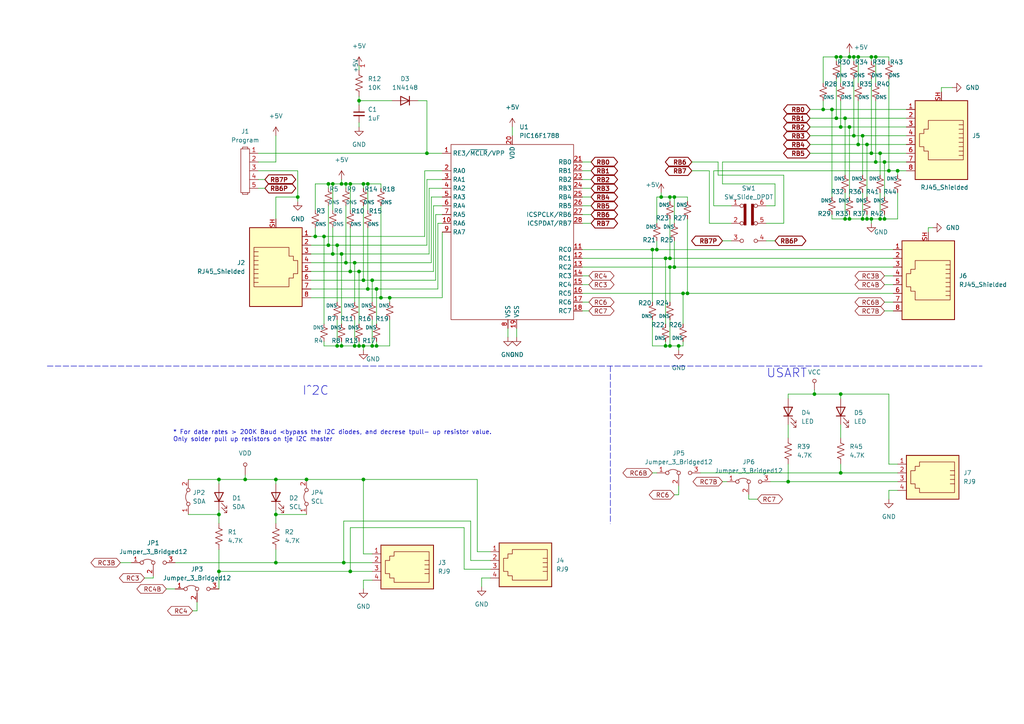
<source format=kicad_sch>
(kicad_sch (version 20231120) (generator "eeschema") (generator_version "8.0")
  (paper "A4")
  (lib_symbols
    (symbol "+5V_1" (power) (pin_names (offset 0))
      (property "Value" "+5V" (at 0 5.715 0))
      (symbol "+5V_1_1_1"
        (pin power_out line (at 0 0 90) (length 0) hide (name "+5V") (number "1"))
      )
    )
    (symbol "+5V_2" (power) (pin_names (offset 0))
      (property "Value" "+5V" (at 0 5.715 0))
      (symbol "+5V_2_1_1"
        (pin power_in line (at 0 0 90) (length 0) (name "+5V") (number "1"))
      )
    )
    (symbol "+5V_3" (power) (pin_names (offset 0))
      (property "Value" "+5V" (at 0 5.715 0))
      (symbol "+5V_3_1_1"
        (pin power_in line (at 0 0 90) (length 0) hide (name "+5V") (number "1"))
      )
    )
    (symbol "Connector:RJ45_Shielded" (pin_names (offset 1.016))
      (property "Reference" "J" (at -5.08 13.97 0))
      (property "Value" "RJ45_Shielded" (at 2.54 13.97 0))
      (symbol "RJ45_Shielded_1_1"
        (pin passive line (at 10.16 -7.62 180) (length 2.54) (name "~") (number "1"))
        (pin passive line (at 10.16 -5.08 180) (length 2.54) (name "~") (number "2"))
        (pin passive line (at 10.16 -2.54 180) (length 2.54) (name "~") (number "3"))
        (pin passive line (at 10.16 0 180) (length 2.54) (name "~") (number "4"))
        (pin passive line (at 10.16 2.54 180) (length 2.54) (name "~") (number "5"))
        (pin passive line (at 10.16 5.08 180) (length 2.54) (name "~") (number "6"))
        (pin passive line (at 10.16 7.62 180) (length 2.54) (name "~") (number "7"))
        (pin passive line (at 10.16 10.16 180) (length 2.54) (name "~") (number "8"))
        (pin passive line (at 0 -12.7 90) (length 2.54) (name "~") (number "SH"))
      )
    )
    (symbol "Connector:RJ9" (pin_names (offset 1.016))
      (property "Reference" "J" (at -5.08 8.89 0))
      (property "Value" "RJ9" (at 2.54 8.89 0))
      (symbol "RJ9_1_1"
        (pin passive line (at 10.16 -2.54 180) (length 2.54) (name "~") (number "1"))
        (pin passive line (at 10.16 0 180) (length 2.54) (name "~") (number "2"))
        (pin passive line (at 10.16 2.54 180) (length 2.54) (name "~") (number "3"))
        (pin passive line (at 10.16 5.08 180) (length 2.54) (name "~") (number "4"))
      )
    )
    (symbol "Custom Components:PIC16LF1788"
      (property "Reference" "U" (at -8.89 -41.91 0))
      (property "Value" "PIC16LF1788" (at -8.89 -44.45 0))
      (symbol "PIC16LF1788_1_1"
        (pin bidirectional line (at -20.32 -10.16 0) (length 2.54) (name "RE3/~{MCLR}/VPP") (number "1"))
        (pin bidirectional line (at -20.32 -30.48 0) (length 2.54) (name "RA6") (number "10"))
        (pin bidirectional line (at 20.32 -38.1 180) (length 2.54) (name "RC0") (number "11"))
        (pin bidirectional line (at 20.32 -40.64 180) (length 2.54) (name "RC1") (number "12"))
        (pin bidirectional line (at 20.32 -43.18 180) (length 2.54) (name "RC2") (number "13"))
        (pin bidirectional line (at 20.32 -45.72 180) (length 2.54) (name "RC3") (number "14"))
        (pin bidirectional line (at 20.32 -48.26 180) (length 2.54) (name "RC4") (number "15"))
        (pin bidirectional line (at 20.32 -50.8 180) (length 2.54) (name "RC5") (number "16"))
        (pin bidirectional line (at 20.32 -53.34 180) (length 2.54) (name "RC6") (number "17"))
        (pin bidirectional line (at 20.32 -55.88 180) (length 2.54) (name "RC7") (number "18"))
        (pin bidirectional line (at 1.27 -60.96 90) (length 2.54) (name "VSS") (number "19"))
        (pin bidirectional line (at -20.32 -15.24 0) (length 2.54) (name "RA0") (number "2"))
        (pin bidirectional line (at 0 -5.08 270) (length 2.54) (name "VDD") (number "20"))
        (pin bidirectional line (at 20.32 -12.7 180) (length 2.54) (name "RB0") (number "21"))
        (pin bidirectional line (at 20.32 -15.24 180) (length 2.54) (name "RB1") (number "22"))
        (pin bidirectional line (at 20.32 -17.78 180) (length 2.54) (name "RB2") (number "23"))
        (pin bidirectional line (at 20.32 -20.32 180) (length 2.54) (name "RB3") (number "24"))
        (pin bidirectional line (at 20.32 -22.86 180) (length 2.54) (name "RB4") (number "25"))
        (pin bidirectional line (at 20.32 -25.4 180) (length 2.54) (name "RB5") (number "26"))
        (pin bidirectional line (at 20.32 -27.94 180) (length 2.54) (name "ICSPCLK/RB6") (number "27"))
        (pin bidirectional line (at 20.32 -30.48 180) (length 2.54) (name "ICSPDAT/RB7") (number "28"))
        (pin bidirectional line (at -20.32 -17.78 0) (length 2.54) (name "RA1") (number "3"))
        (pin bidirectional line (at -20.32 -20.32 0) (length 2.54) (name "RA2") (number "4"))
        (pin bidirectional line (at -20.32 -22.86 0) (length 2.54) (name "RA3") (number "5"))
        (pin bidirectional line (at -20.32 -25.4 0) (length 2.54) (name "RA4") (number "6"))
        (pin bidirectional line (at -20.32 -27.94 0) (length 2.54) (name "RA5") (number "7"))
        (pin bidirectional line (at -1.27 -60.96 90) (length 2.54) (name "VSS") (number "8"))
        (pin bidirectional line (at -20.32 -33.02 0) (length 2.54) (name "RA7") (number "9"))
      )
    )
    (symbol "Custom Symbols:5pinheader"
      (property "Reference" "J1" (at -1.27 3.81 0))
      (property "Value" "Program" (at -1.27 1.27 0))
      (symbol "5pinheader_1_1"
        (pin bidirectional line (at 2.54 -2.54 180) (length 2.54) (name "") (number "1"))
        (pin power_out line (at 2.54 -5.08 180) (length 2.54) (name "") (number "2"))
        (pin bidirectional line (at 2.54 -7.62 180) (length 2.54) (name "") (number "3"))
        (pin bidirectional line (at 2.54 -10.16 180) (length 2.54) (name "") (number "4"))
        (pin bidirectional line (at 2.54 -12.7 180) (length 2.54) (name "") (number "5"))
      )
    )
    (symbol "Device:C_Small" (pin_numbers hide) (pin_names (offset 0.254) hide)
      (property "Reference" "C" (at 0.254 1.778 0))
      (property "Value" "C_Small" (at 0.254 -2.032 0))
      (symbol "C_Small_1_1"
        (pin passive line (at 0 2.54 270) (length 2.032) (name "~") (number "1"))
        (pin passive line (at 0 -2.54 90) (length 2.032) (name "~") (number "2"))
      )
    )
    (symbol "Device:LED" (pin_numbers hide) (pin_names (offset 1.016) hide)
      (property "Reference" "D" (at 0 2.54 0))
      (property "Value" "LED" (at 0 -2.54 0))
      (symbol "LED_1_1"
        (pin passive line (at -3.81 0 0) (length 2.54) (name "K") (number "1"))
        (pin passive line (at 3.81 0 180) (length 2.54) (name "A") (number "2"))
      )
    )
    (symbol "Device:R_Small_US" (pin_numbers hide) (pin_names (offset 0.254) hide)
      (property "Reference" "R" (at 0.762 0.508 0))
      (property "Value" "R_Small_US" (at 0.762 -1.016 0))
      (symbol "R_Small_US_1_1"
        (pin passive line (at 0 2.54 270) (length 1.016) (name "~") (number "1"))
        (pin passive line (at 0 -2.54 90) (length 1.016) (name "~") (number "2"))
      )
    )
    (symbol "Device:R_US" (pin_numbers hide) (pin_names (offset 0))
      (property "Reference" "R" (at 2.54 0 90))
      (property "Value" "R_US" (at -2.54 0 90))
      (symbol "R_US_1_1"
        (pin passive line (at 0 3.81 270) (length 1.27) (name "~") (number "1"))
        (pin passive line (at 0 -3.81 90) (length 1.27) (name "~") (number "2"))
      )
    )
    (symbol "Diode:1N4148" (pin_numbers hide) (pin_names (offset 1.016) hide)
      (property "Reference" "D" (at 0 2.54 0))
      (property "Value" "1N4148" (at 0 -2.54 0))
      (symbol "1N4148_1_1"
        (pin passive line (at -3.81 0 0) (length 2.54) (name "K") (number "1"))
        (pin passive line (at 3.81 0 180) (length 2.54) (name "A") (number "2"))
      )
    )
    (symbol "Jumper:Jumper_2_Bridged" (pin_names (offset 0) hide)
      (property "Reference" "JP" (at 0 1.905 0))
      (property "Value" "Jumper_2_Bridged" (at 0 -2.54 0))
      (symbol "Jumper_2_Bridged_1_1"
        (pin passive line (at -5.08 0 0) (length 2.54) (name "A") (number "1"))
        (pin passive line (at 5.08 0 180) (length 2.54) (name "B") (number "2"))
      )
    )
    (symbol "Jumper:Jumper_3_Bridged12" (pin_names (offset 0) hide)
      (property "Reference" "JP" (at -2.54 -2.54 0))
      (property "Value" "Jumper_3_Bridged12" (at 0 2.794 0))
      (symbol "Jumper_3_Bridged12_1_1"
        (pin passive line (at -6.35 0 0) (length 2.54) (name "A") (number "1"))
        (pin passive line (at 0 -3.81 90) (length 2.54) (name "C") (number "2"))
        (pin passive line (at 6.35 0 180) (length 2.54) (name "B") (number "3"))
      )
    )
    (symbol "Power_symbols:VCC" (power) (in_bom no) (on_board no)
      (property "Value" "VCC" (at 0 0 0))
      (symbol "VCC_1_1"
        (pin power_out line (at 0 -5.08 90) (length 2.032) (name "") (number ""))
      )
    )
    (symbol "Power_symbols:VDD" (power) (in_bom no) (on_board no)
      (property "Value" "VDD" (at 0 0 0))
      (symbol "VDD_1_1"
        (pin power_out line (at 0 -5.08 90) (length 2.54) (name "") (number ""))
      )
    )
    (symbol "Switch:SW_Slide_DPDT" (pin_names (offset 0) hide)
      (property "Reference" "SW" (at 0 6.858 0))
      (property "Value" "SW_Slide_DPDT" (at 0 -8.128 0))
      (symbol "SW_Slide_DPDT_1_1"
        (pin passive line (at -5.08 5.08 0) (length 2.54) (name "A") (number "1"))
        (pin passive line (at -5.08 0 0) (length 2.54) (name "B") (number "2"))
        (pin passive line (at -5.08 -5.08 0) (length 2.54) (name "C") (number "3"))
        (pin passive line (at 5.08 -5.08 180) (length 2.54) (name "A") (number "4"))
        (pin passive line (at 5.08 0 180) (length 2.54) (name "B") (number "5"))
        (pin passive line (at 5.08 5.08 180) (length 2.54) (name "C") (number "6"))
      )
    )
    (symbol "power:+5V" (power) (pin_names (offset 0))
      (property "Value" "+5V" (at 0 5.715 0))
      (symbol "+5V_1_1"
        (pin power_in line (at 0 0 90) (length 0) hide (name "+5V") (number "1"))
      )
    )
    (symbol "power:GND" (power) (pin_names (offset 0))
      (property "Value" "GND" (at 0 -3.81 0))
      (symbol "GND_1_1"
        (pin power_in line (at 0 0 270) (length 0) hide (name "GND") (number "1"))
      )
    )
  )
  (junction (at 101.6 165.735))
  (junction (at 101.6 53.34))
  (junction (at 246.38 36.83))
  (junction (at 243.84 114.3))
  (junction (at 91.44 68.58))
  (junction (at 199.39 85.09))
  (junction (at 100.33 53.34))
  (junction (at 245.11 63.5))
  (junction (at 243.84 36.83))
  (junction (at 63.5 165.735))
  (junction (at 102.87 100.33))
  (junction (at 241.3 31.75))
  (junction (at 252.73 16.51))
  (junction (at 71.12 139.065))
  (junction (at 102.87 76.2))
  (junction (at 198.12 85.09))
  (junction (at 189.23 72.39))
  (junction (at 123.825 44.45))
  (junction (at 97.79 100.33))
  (junction (at 254 16.51))
  (junction (at 238.76 31.75))
  (junction (at 80.01 149.225))
  (junction (at 195.58 57.15))
  (junction (at 251.46 41.91))
  (junction (at 257.81 49.53))
  (junction (at 252.73 44.45))
  (junction (at 107.95 100.33))
  (junction (at 243.84 16.51))
  (junction (at 110.49 86.36))
  (junction (at 248.92 41.91))
  (junction (at 104.14 29.21))
  (junction (at 88.9 139.065))
  (junction (at 95.25 53.34))
  (junction (at 105.41 139.065))
  (junction (at 190.5 72.39))
  (junction (at 248.92 16.51))
  (junction (at 99.06 73.66))
  (junction (at 193.04 100.33))
  (junction (at 86.36 57.15))
  (junction (at 251.46 63.5))
  (junction (at 107.95 81.28))
  (junction (at 193.04 74.93))
  (junction (at 99.06 53.34))
  (junction (at 96.52 53.34))
  (junction (at 106.68 53.34))
  (junction (at 96.52 73.66))
  (junction (at 247.65 16.51))
  (junction (at 252.73 63.5))
  (junction (at 195.58 77.47))
  (junction (at 97.79 71.12))
  (junction (at 109.22 100.33))
  (junction (at 80.01 139.065))
  (junction (at 101.6 78.74))
  (junction (at 250.19 63.5))
  (junction (at 95.25 71.12))
  (junction (at 194.31 77.47))
  (junction (at 113.03 86.36))
  (junction (at 99.695 163.195))
  (junction (at 256.54 46.99))
  (junction (at 80.01 163.195))
  (junction (at 104.14 100.33))
  (junction (at 100.33 76.2))
  (junction (at 228.6 139.7))
  (junction (at 105.41 81.28))
  (junction (at 254 46.99))
  (junction (at 63.5 139.065))
  (junction (at 194.31 74.93))
  (junction (at 247.65 39.37))
  (junction (at 99.06 100.33))
  (junction (at 191.77 57.15))
  (junction (at 63.5 149.225))
  (junction (at 109.22 83.82))
  (junction (at 242.57 34.29))
  (junction (at 243.84 137.16))
  (junction (at 236.22 114.3))
  (junction (at 260.35 49.53))
  (junction (at 105.41 100.33))
  (junction (at 255.27 44.45))
  (junction (at 93.98 68.58))
  (junction (at 255.27 63.5))
  (junction (at 194.31 100.33))
  (junction (at 105.41 53.34))
  (junction (at 246.38 16.51))
  (junction (at 242.57 16.51))
  (junction (at 196.85 100.33))
  (junction (at 256.54 63.5))
  (junction (at 106.68 83.82))
  (junction (at 245.11 34.29))
  (junction (at 104.14 78.74))
  (junction (at 250.19 39.37))
  (junction (at 194.31 57.15))
  (junction (at 246.38 63.5))
  (wire (pts (xy 80.01 57.15) (xy 86.36 57.15)))
  (wire (pts (xy 190.5 57.15) (xy 191.77 57.15)))
  (wire (pts (xy 252.73 16.51) (xy 254 16.51)))
  (wire (pts (xy 96.52 73.66) (xy 99.06 73.66)))
  (wire (pts (xy 242.57 16.51) (xy 242.57 17.78)))
  (wire (pts (xy 208.28 50.8) (xy 227.33 50.8)))
  (wire (pts (xy 90.17 78.74) (xy 101.6 78.74)))
  (wire (pts (xy 209.55 139.7) (xy 210.82 139.7)))
  (wire (pts (xy 109.22 83.82) (xy 127 83.82)))
  (wire (pts (xy 260.35 137.16) (xy 243.84 137.16)))
  (wire (pts (xy 125.73 59.69) (xy 128.27 59.69)))
  (wire (pts (xy 194.31 77.47) (xy 195.58 77.47)))
  (wire (pts (xy 251.46 63.5) (xy 251.46 62.23)))
  (wire (pts (xy 228.6 114.3) (xy 228.6 115.57)))
  (wire (pts (xy 250.19 63.5) (xy 246.38 63.5)))
  (wire (pts (xy 74.93 49.53) (xy 86.36 49.53)))
  (wire (pts (xy 227.33 50.8) (xy 227.33 64.77)))
  (wire (pts (xy 99.06 52.07) (xy 99.06 53.34)))
  (wire (pts (xy 102.87 87.63) (xy 102.87 76.2)))
  (wire (pts (xy 113.03 86.36) (xy 128.27 86.36)))
  (wire (pts (xy 138.43 139.065) (xy 138.43 160.02)))
  (wire (pts (xy 134.62 165.1) (xy 134.62 153.035)))
  (wire (pts (xy 126.365 62.23) (xy 128.27 62.23)))
  (wire (pts (xy 109.22 100.33) (xy 107.95 100.33)))
  (wire (pts (xy 248.92 16.51) (xy 248.92 24.13)))
  (wire (pts (xy 256.54 90.17) (xy 259.08 90.17)))
  (wire (pts (xy 198.12 100.33) (xy 196.85 100.33)))
  (wire (pts (xy 95.25 71.12) (xy 97.79 71.12)))
  (wire (pts (xy 242.57 22.86) (xy 242.57 34.29)))
  (wire (pts (xy 57.15 177.165) (xy 57.15 174.625)))
  (wire (pts (xy 168.91 64.77) (xy 171.45 64.77)))
  (wire (pts (xy 107.95 160.655) (xy 105.41 160.655)))
  (wire (pts (xy 96.52 66.04) (xy 96.52 73.66)))
  (wire (pts (xy 245.11 34.29) (xy 262.89 34.29)))
  (wire (pts (xy 80.01 39.37) (xy 80.01 46.99)))
  (wire (pts (xy 109.22 100.33) (xy 109.22 99.06)))
  (wire (pts (xy 149.86 95.25) (xy 149.86 97.79)))
  (wire (pts (xy 205.74 49.53) (xy 205.74 64.77)))
  (wire (pts (xy 243.84 29.21) (xy 243.84 36.83)))
  (wire (pts (xy 252.73 63.5) (xy 251.46 63.5)))
  (wire (pts (xy 96.52 53.34) (xy 99.06 53.34)))
  (wire (pts (xy 104.14 93.98) (xy 104.14 78.74)))
  (wire (pts (xy 101.6 165.735) (xy 107.95 165.735)))
  (wire (pts (xy 228.6 134.62) (xy 228.6 139.7)))
  (wire (pts (xy 245.11 63.5) (xy 245.11 55.88)))
  (wire (pts (xy 243.84 137.16) (xy 243.84 134.62)))
  (wire (pts (xy 125.73 78.74) (xy 125.73 59.69)))
  (wire (pts (xy 250.19 39.37) (xy 262.89 39.37)))
  (wire (pts (xy 243.84 36.83) (xy 234.95 36.83)))
  (wire (pts (xy 193.04 99.06) (xy 193.04 100.33)))
  (wire (pts (xy 121.285 29.21) (xy 123.825 29.21)))
  (wire (pts (xy 260.35 49.53) (xy 257.81 49.53)))
  (wire (pts (xy 74.93 46.99) (xy 80.01 46.99)))
  (wire (pts (xy 101.6 53.34) (xy 105.41 53.34)))
  (wire (pts (xy 190.5 69.85) (xy 190.5 72.39)))
  (wire (pts (xy 257.81 49.53) (xy 207.01 49.53)))
  (wire (pts (xy 105.41 101.6) (xy 105.41 100.33)))
  (wire (pts (xy 168.91 59.69) (xy 171.45 59.69)))
  (wire (pts (xy 104.14 78.74) (xy 125.73 78.74)))
  (wire (pts (xy 91.44 68.58) (xy 93.98 68.58)))
  (wire (pts (xy 142.24 160.02) (xy 138.43 160.02)))
  (wire (pts (xy 80.01 163.195) (xy 99.695 163.195)))
  (wire (pts (xy 34.925 163.195) (xy 38.1 163.195)))
  (polyline (pts (xy 177.038 106.172) (xy 177.038 151.892)) (stroke (width 0) (type dash)))
  (wire (pts (xy 123.19 68.58) (xy 123.19 49.53)))
  (wire (pts (xy 208.28 46.99) (xy 200.66 46.99)))
  (wire (pts (xy 123.825 29.21) (xy 123.825 44.45)))
  (wire (pts (xy 71.12 137.795) (xy 71.12 139.065)))
  (wire (pts (xy 246.38 63.5) (xy 246.38 62.23)))
  (wire (pts (xy 101.6 153.035) (xy 101.6 165.735)))
  (wire (pts (xy 209.55 53.34) (xy 224.79 53.34)))
  (wire (pts (xy 243.84 114.3) (xy 236.22 114.3)))
  (wire (pts (xy 105.41 139.065) (xy 88.9 139.065)))
  (wire (pts (xy 106.68 53.34) (xy 106.68 60.96)))
  (wire (pts (xy 242.57 16.51) (xy 243.84 16.51)))
  (wire (pts (xy 104.14 100.33) (xy 104.14 99.06)))
  (wire (pts (xy 269.24 66.04) (xy 269.24 67.31)))
  (wire (pts (xy 207.01 49.53) (xy 207.01 59.69)))
  (wire (pts (xy 127 83.82) (xy 127 64.77)))
  (wire (pts (xy 199.39 57.15) (xy 199.39 58.42)))
  (wire (pts (xy 224.79 53.34) (xy 224.79 59.69)))
  (wire (pts (xy 191.77 57.15) (xy 194.31 57.15)))
  (wire (pts (xy 90.17 68.58) (xy 91.44 68.58)))
  (wire (pts (xy 91.44 53.34) (xy 95.25 53.34)))
  (wire (pts (xy 113.03 100.33) (xy 109.22 100.33)))
  (wire (pts (xy 63.5 147.955) (xy 63.5 149.225)))
  (wire (pts (xy 104.14 35.56) (xy 104.14 36.83)))
  (wire (pts (xy 86.36 58.42) (xy 86.36 57.15)))
  (wire (pts (xy 254 46.99) (xy 209.55 46.99)))
  (wire (pts (xy 107.95 100.33) (xy 107.95 92.71)))
  (wire (pts (xy 203.2 137.16) (xy 243.84 137.16)))
  (wire (pts (xy 90.17 76.2) (xy 100.33 76.2)))
  (wire (pts (xy 105.41 168.275) (xy 107.95 168.275)))
  (wire (pts (xy 254 46.99) (xy 256.54 46.99)))
  (wire (pts (xy 93.98 100.33) (xy 93.98 99.06)))
  (wire (pts (xy 113.03 100.33) (xy 113.03 92.71)))
  (wire (pts (xy 246.38 57.15) (xy 246.38 36.83)))
  (wire (pts (xy 190.5 64.77) (xy 190.5 57.15)))
  (wire (pts (xy 148.59 36.83) (xy 148.59 39.37)))
  (wire (pts (xy 86.36 57.15) (xy 86.36 49.53)))
  (wire (pts (xy 55.88 177.165) (xy 57.15 177.165)))
  (wire (pts (xy 50.8 163.195) (xy 80.01 163.195)))
  (wire (pts (xy 243.84 123.19) (xy 243.84 127)))
  (wire (pts (xy 245.11 50.8) (xy 245.11 34.29)))
  (wire (pts (xy 125.095 57.15) (xy 128.27 57.15)))
  (wire (pts (xy 260.35 63.5) (xy 260.35 55.88)))
  (wire (pts (xy 88.9 139.065) (xy 80.01 139.065)))
  (wire (pts (xy 248.92 41.91) (xy 234.95 41.91)))
  (wire (pts (xy 80.01 57.15) (xy 80.01 63.5)))
  (wire (pts (xy 194.31 77.47) (xy 194.31 87.63)))
  (wire (pts (xy 251.46 63.5) (xy 250.19 63.5)))
  (wire (pts (xy 124.46 73.66) (xy 124.46 54.61)))
  (wire (pts (xy 136.525 162.56) (xy 142.24 162.56)))
  (wire (pts (xy 139.7 170.18) (xy 139.7 167.64)))
  (wire (pts (xy 255.27 50.8) (xy 255.27 44.45)))
  (wire (pts (xy 196.85 100.33) (xy 194.31 100.33)))
  (wire (pts (xy 256.54 57.15) (xy 256.54 46.99)))
  (wire (pts (xy 252.73 44.45) (xy 234.95 44.45)))
  (wire (pts (xy 223.52 139.7) (xy 228.6 139.7)))
  (wire (pts (xy 105.41 53.34) (xy 106.68 53.34)))
  (wire (pts (xy 80.01 159.385) (xy 80.01 163.195)))
  (wire (pts (xy 97.79 87.63) (xy 97.79 71.12)))
  (wire (pts (xy 100.33 53.34) (xy 101.6 53.34)))
  (wire (pts (xy 189.23 72.39) (xy 189.23 87.63)))
  (wire (pts (xy 189.23 92.71) (xy 189.23 100.33)))
  (wire (pts (xy 63.5 165.735) (xy 63.5 170.815)))
  (wire (pts (xy 90.17 71.12) (xy 95.25 71.12)))
  (wire (pts (xy 168.91 87.63) (xy 170.815 87.63)))
  (wire (pts (xy 134.62 165.1) (xy 142.24 165.1)))
  (wire (pts (xy 105.41 59.69) (xy 105.41 81.28)))
  (wire (pts (xy 205.74 49.53) (xy 200.66 49.53)))
  (wire (pts (xy 99.695 151.13) (xy 99.695 163.195)))
  (wire (pts (xy 136.525 151.13) (xy 99.695 151.13)))
  (wire (pts (xy 104.14 100.33) (xy 102.87 100.33)))
  (wire (pts (xy 74.93 44.45) (xy 123.825 44.45)))
  (wire (pts (xy 251.46 41.91) (xy 248.92 41.91)))
  (wire (pts (xy 260.35 63.5) (xy 256.54 63.5)))
  (wire (pts (xy 126.365 81.28) (xy 126.365 62.23)))
  (wire (pts (xy 96.52 53.34) (xy 96.52 60.96)))
  (wire (pts (xy 139.7 167.64) (xy 142.24 167.64)))
  (wire (pts (xy 54.61 149.225) (xy 63.5 149.225)))
  (wire (pts (xy 123.825 71.12) (xy 123.825 52.07)))
  (wire (pts (xy 101.6 78.74) (xy 104.14 78.74)))
  (wire (pts (xy 90.17 86.36) (xy 110.49 86.36)))
  (wire (pts (xy 100.33 76.2) (xy 102.87 76.2)))
  (wire (pts (xy 107.95 81.28) (xy 126.365 81.28)))
  (wire (pts (xy 254 16.51) (xy 257.81 16.51)))
  (wire (pts (xy 48.26 170.815) (xy 50.8 170.815)))
  (wire (pts (xy 71.12 139.065) (xy 80.01 139.065)))
  (wire (pts (xy 168.91 85.09) (xy 198.12 85.09)))
  (wire (pts (xy 238.76 29.21) (xy 238.76 31.75)))
  (wire (pts (xy 189.23 72.39) (xy 190.5 72.39)))
  (wire (pts (xy 254 29.21) (xy 254 46.99)))
  (wire (pts (xy 257.81 134.62) (xy 257.81 114.3)))
  (wire (pts (xy 236.22 113.03) (xy 236.22 114.3)))
  (wire (pts (xy 97.79 100.33) (xy 97.79 92.71)))
  (wire (pts (xy 95.25 53.34) (xy 95.25 54.61)))
  (wire (pts (xy 110.49 53.34) (xy 110.49 54.61)))
  (wire (pts (xy 104.14 29.21) (xy 104.14 30.48)))
  (wire (pts (xy 107.95 87.63) (xy 107.95 81.28)))
  (wire (pts (xy 189.23 137.16) (xy 190.5 137.16)))
  (wire (pts (xy 270.51 66.04) (xy 269.24 66.04)))
  (wire (pts (xy 246.38 15.24) (xy 246.38 16.51)))
  (wire (pts (xy 106.68 83.82) (xy 109.22 83.82)))
  (wire (pts (xy 251.46 57.15) (xy 251.46 41.91)))
  (wire (pts (xy 127 64.77) (xy 128.27 64.77)))
  (wire (pts (xy 196.85 143.51) (xy 196.85 140.97)))
  (wire (pts (xy 93.98 68.58) (xy 123.19 68.58)))
  (wire (pts (xy 109.22 93.98) (xy 109.22 83.82)))
  (wire (pts (xy 123.825 52.07) (xy 128.27 52.07)))
  (wire (pts (xy 128.27 86.36) (xy 128.27 67.31)))
  (wire (pts (xy 238.76 31.75) (xy 241.3 31.75)))
  (wire (pts (xy 168.91 80.01) (xy 170.815 80.01)))
  (wire (pts (xy 97.79 71.12) (xy 123.825 71.12)))
  (wire (pts (xy 247.65 22.86) (xy 247.65 39.37)))
  (wire (pts (xy 91.44 66.04) (xy 91.44 68.58)))
  (wire (pts (xy 193.04 100.33) (xy 189.23 100.33)))
  (wire (pts (xy 273.05 25.4) (xy 273.05 26.67)))
  (wire (pts (xy 251.46 41.91) (xy 262.89 41.91)))
  (wire (pts (xy 113.03 87.63) (xy 113.03 86.36)))
  (wire (pts (xy 91.44 53.34) (xy 91.44 60.96)))
  (wire (pts (xy 168.91 52.07) (xy 171.45 52.07)))
  (wire (pts (xy 243.84 114.3) (xy 243.84 115.57)))
  (wire (pts (xy 104.14 19.05) (xy 104.14 20.32)))
  (wire (pts (xy 110.49 86.36) (xy 113.03 86.36)))
  (wire (pts (xy 97.79 100.33) (xy 93.98 100.33)))
  (wire (pts (xy 260.35 142.24) (xy 257.81 142.24)))
  (wire (pts (xy 191.77 55.88) (xy 191.77 57.15)))
  (wire (pts (xy 74.93 54.61) (xy 76.835 54.61)))
  (wire (pts (xy 242.57 34.29) (xy 245.11 34.29)))
  (wire (pts (xy 105.41 81.28) (xy 107.95 81.28)))
  (wire (pts (xy 194.31 57.15) (xy 194.31 58.42)))
  (wire (pts (xy 276.225 25.4) (xy 273.05 25.4)))
  (wire (pts (xy 195.58 77.47) (xy 259.08 77.47)))
  (wire (pts (xy 255.27 63.5) (xy 255.27 55.88)))
  (wire (pts (xy 246.38 36.83) (xy 262.89 36.83)))
  (wire (pts (xy 105.41 100.33) (xy 104.14 100.33)))
  (wire (pts (xy 260.35 49.53) (xy 262.89 49.53)))
  (wire (pts (xy 194.31 74.93) (xy 259.08 74.93)))
  (wire (pts (xy 194.31 92.71) (xy 194.31 100.33)))
  (wire (pts (xy 217.17 144.78) (xy 217.17 143.51)))
  (wire (pts (xy 194.31 57.15) (xy 195.58 57.15)))
  (wire (pts (xy 195.58 69.85) (xy 195.58 77.47)))
  (wire (pts (xy 196.85 100.33) (xy 196.85 101.6)))
  (wire (pts (xy 194.31 100.33) (xy 193.04 100.33)))
  (wire (pts (xy 168.91 57.15) (xy 171.45 57.15)))
  (wire (pts (xy 74.93 52.07) (xy 76.835 52.07)))
  (wire (pts (xy 252.73 22.86) (xy 252.73 44.45)))
  (wire (pts (xy 123.19 49.53) (xy 128.27 49.53)))
  (wire (pts (xy 101.6 53.34) (xy 101.6 60.96)))
  (wire (pts (xy 44.45 167.64) (xy 44.45 167.005)))
  (wire (pts (xy 190.5 72.39) (xy 259.08 72.39)))
  (wire (pts (xy 207.01 59.69) (xy 212.09 59.69)))
  (wire (pts (xy 222.25 69.85) (xy 224.79 69.85)))
  (wire (pts (xy 63.5 149.225) (xy 63.5 151.765)))
  (wire (pts (xy 99.06 100.33) (xy 99.06 99.06)))
  (wire (pts (xy 260.35 134.62) (xy 257.81 134.62)))
  (wire (pts (xy 93.98 93.98) (xy 93.98 68.58)))
  (wire (pts (xy 254 16.51) (xy 254 24.13)))
  (wire (pts (xy 95.25 59.69) (xy 95.25 71.12)))
  (wire (pts (xy 205.74 64.77) (xy 212.09 64.77)))
  (wire (pts (xy 63.5 165.735) (xy 101.6 165.735)))
  (wire (pts (xy 194.31 63.5) (xy 194.31 74.93)))
  (wire (pts (xy 257.81 142.24) (xy 257.81 144.78)))
  (wire (pts (xy 102.87 76.2) (xy 125.095 76.2)))
  (wire (pts (xy 104.14 27.94) (xy 104.14 29.21)))
  (wire (pts (xy 105.41 53.34) (xy 105.41 54.61)))
  (wire (pts (xy 195.58 57.15) (xy 199.39 57.15)))
  (wire (pts (xy 128.27 44.45) (xy 123.825 44.45)))
  (wire (pts (xy 241.3 63.5) (xy 241.3 62.23)))
  (wire (pts (xy 147.32 95.25) (xy 147.32 97.79)))
  (wire (pts (xy 168.91 72.39) (xy 189.23 72.39)))
  (wire (pts (xy 95.25 53.34) (xy 96.52 53.34)))
  (wire (pts (xy 256.54 63.5) (xy 255.27 63.5)))
  (wire (pts (xy 248.92 29.21) (xy 248.92 41.91)))
  (wire (pts (xy 252.73 64.77) (xy 252.73 63.5)))
  (wire (pts (xy 219.71 144.78) (xy 217.17 144.78)))
  (wire (pts (xy 63.5 140.335) (xy 63.5 139.065)))
  (wire (pts (xy 136.525 162.56) (xy 136.525 151.13)))
  (wire (pts (xy 198.12 85.09) (xy 198.12 93.98)))
  (wire (pts (xy 256.54 87.63) (xy 259.08 87.63)))
  (wire (pts (xy 241.3 57.15) (xy 241.3 31.75)))
  (wire (pts (xy 106.68 66.04) (xy 106.68 83.82)))
  (polyline (pts (xy 13.716 106.172) (xy 181.102 106.172)) (stroke (width 0) (type dash)))
  (wire (pts (xy 243.84 36.83) (xy 246.38 36.83)))
  (wire (pts (xy 255.27 44.45) (xy 262.89 44.45)))
  (wire (pts (xy 208.28 46.99) (xy 208.28 50.8)))
  (wire (pts (xy 105.41 170.815) (xy 105.41 168.275)))
  (wire (pts (xy 246.38 16.51) (xy 247.65 16.51)))
  (wire (pts (xy 222.25 64.77) (xy 227.33 64.77)))
  (wire (pts (xy 138.43 139.065) (xy 105.41 139.065)))
  (wire (pts (xy 102.87 100.33) (xy 102.87 92.71)))
  (wire (pts (xy 99.06 100.33) (xy 97.79 100.33)))
  (wire (pts (xy 198.12 85.09) (xy 199.39 85.09)))
  (wire (pts (xy 124.46 54.61) (xy 128.27 54.61)))
  (wire (pts (xy 168.91 90.17) (xy 170.815 90.17)))
  (wire (pts (xy 101.6 66.04) (xy 101.6 78.74)))
  (wire (pts (xy 257.81 16.51) (xy 257.81 17.78)))
  (wire (pts (xy 106.68 53.34) (xy 110.49 53.34)))
  (wire (pts (xy 247.65 16.51) (xy 247.65 17.78)))
  (wire (pts (xy 256.54 80.01) (xy 259.08 80.01)))
  (wire (pts (xy 90.17 73.66) (xy 96.52 73.66)))
  (wire (pts (xy 125.095 76.2) (xy 125.095 57.15)))
  (wire (pts (xy 168.91 77.47) (xy 194.31 77.47)))
  (wire (pts (xy 222.25 59.69) (xy 224.79 59.69)))
  (wire (pts (xy 168.91 54.61) (xy 171.45 54.61)))
  (wire (pts (xy 198.12 99.06) (xy 198.12 100.33)))
  (wire (pts (xy 80.01 147.955) (xy 80.01 149.225)))
  (wire (pts (xy 228.6 139.7) (xy 260.35 139.7)))
  (wire (pts (xy 250.19 50.8) (xy 250.19 39.37)))
  (wire (pts (xy 252.73 44.45) (xy 255.27 44.45)))
  (wire (pts (xy 209.55 69.85) (xy 212.09 69.85)))
  (wire (pts (xy 199.39 85.09) (xy 259.08 85.09)))
  (wire (pts (xy 90.17 83.82) (xy 106.68 83.82)))
  (wire (pts (xy 168.91 74.93) (xy 193.04 74.93)))
  (wire (pts (xy 168.91 46.99) (xy 171.45 46.99)))
  (wire (pts (xy 168.91 82.55) (xy 170.815 82.55)))
  (wire (pts (xy 80.01 139.065) (xy 80.01 140.335)))
  (wire (pts (xy 195.58 143.51) (xy 196.85 143.51)))
  (wire (pts (xy 228.6 123.19) (xy 228.6 127)))
  (wire (pts (xy 90.17 81.28) (xy 105.41 81.28)))
  (wire (pts (xy 250.19 63.5) (xy 250.19 55.88)))
  (wire (pts (xy 241.3 31.75) (xy 262.89 31.75)))
  (wire (pts (xy 105.41 160.655) (xy 105.41 139.065)))
  (wire (pts (xy 245.11 63.5) (xy 241.3 63.5)))
  (polyline (pts (xy 181.102 106.172) (xy 284.861 106.172)) (stroke (width 0) (type dash)))
  (wire (pts (xy 107.95 100.33) (xy 105.41 100.33)))
  (wire (pts (xy 248.92 16.51) (xy 252.73 16.51)))
  (wire (pts (xy 199.39 63.5) (xy 199.39 85.09)))
  (wire (pts (xy 193.04 74.93) (xy 194.31 74.93)))
  (wire (pts (xy 99.695 163.195) (xy 107.95 163.195)))
  (wire (pts (xy 242.57 34.29) (xy 234.95 34.29)))
  (wire (pts (xy 257.81 22.86) (xy 257.81 49.53)))
  (wire (pts (xy 209.55 46.99) (xy 209.55 53.34)))
  (wire (pts (xy 236.22 114.3) (xy 228.6 114.3)))
  (wire (pts (xy 41.91 167.64) (xy 44.45 167.64)))
  (wire (pts (xy 80.01 149.225) (xy 88.9 149.225)))
  (wire (pts (xy 238.76 31.75) (xy 234.95 31.75)))
  (wire (pts (xy 243.84 16.51) (xy 243.84 24.13)))
  (wire (pts (xy 256.54 82.55) (xy 259.08 82.55)))
  (wire (pts (xy 255.27 63.5) (xy 252.73 63.5)))
  (wire (pts (xy 54.61 139.065) (xy 63.5 139.065)))
  (wire (pts (xy 104.14 29.21) (xy 113.665 29.21)))
  (wire (pts (xy 195.58 57.15) (xy 195.58 64.77)))
  (wire (pts (xy 80.01 149.225) (xy 80.01 151.765)))
  (wire (pts (xy 246.38 63.5) (xy 245.11 63.5)))
  (wire (pts (xy 256.54 46.99) (xy 262.89 46.99)))
  (wire (pts (xy 247.65 16.51) (xy 248.92 16.51)))
  (wire (pts (xy 256.54 63.5) (xy 256.54 62.23)))
  (wire (pts (xy 100.33 59.69) (xy 100.33 76.2)))
  (wire (pts (xy 168.91 62.23) (xy 171.45 62.23)))
  (wire (pts (xy 134.62 153.035) (xy 101.6 153.035)))
  (wire (pts (xy 260.35 50.8) (xy 260.35 49.53)))
  (wire (pts (xy 168.91 49.53) (xy 171.45 49.53)))
  (wire (pts (xy 99.06 93.98) (xy 99.06 73.66)))
  (wire (pts (xy 243.84 16.51) (xy 246.38 16.51)))
  (wire (pts (xy 238.76 16.51) (xy 238.76 24.13)))
  (wire (pts (xy 247.65 39.37) (xy 234.95 39.37)))
  (wire (pts (xy 102.87 100.33) (xy 99.06 100.33)))
  (wire (pts (xy 257.81 114.3) (xy 243.84 114.3)))
  (wire (pts (xy 99.06 73.66) (xy 124.46 73.66)))
  (wire (pts (xy 63.5 139.065) (xy 71.12 139.065)))
  (wire (pts (xy 110.49 59.69) (xy 110.49 86.36)))
  (wire (pts (xy 252.73 16.51) (xy 252.73 17.78)))
  (wire (pts (xy 250.19 39.37) (xy 247.65 39.37)))
  (wire (pts (xy 193.04 74.93) (xy 193.04 93.98)))
  (wire (pts (xy 63.5 159.385) (xy 63.5 165.735)))
  (wire (pts (xy 238.76 16.51) (xy 242.57 16.51)))
  (wire (pts (xy 99.06 53.34) (xy 100.33 53.34)))
  (wire (pts (xy 100.33 53.34) (xy 100.33 54.61)))
  (text "USART" (at 222.25 109.855 0) (effects (font (size 2.54 2.54)) (justify left bottom)))
  (text "I^2C\n" (at 87.63 114.935 0) (effects (font (size 2.54 2.54)) (justify left bottom)))
  (text "* For data rates > 200K Baud <bypass the I2C diodes, and decrese tpull- up resistor value.\nOnly solder pull up resistors on tje I2C master\n" (at 50.165 128.27 0) (effects (font (size 1.27 1.27)) (justify left bottom)))
  (global_label "RB3" (shape bidirectional) (at 171.45 54.61 0) (effects (font (bold yes))) (property "Intersheetrefs" "${INTERSHEET_REFS}" (effects (hide yes))))
  (global_label "RC4B" (shape bidirectional) (at 256.54 82.55 180) (property "Intersheetrefs" "${INTERSHEET_REFS}" (effects (hide yes))))
  (global_label "RC4B" (shape bidirectional) (at 48.26 170.815 180) (property "Intersheetrefs" "${INTERSHEET_REFS}" (effects (hide yes))))
  (global_label "RC6" (shape bidirectional) (at 170.815 87.63 0) (property "Intersheetrefs" "${INTERSHEET_REFS}" (effects (hide yes))))
  (global_label "RB6" (shape bidirectional) (at 171.45 62.23 0) (effects (font (bold yes))) (property "Intersheetrefs" "${INTERSHEET_REFS}" (effects (hide yes))))
  (global_label "RC7" (shape bidirectional) (at 170.815 90.17 0) (property "Intersheetrefs" "${INTERSHEET_REFS}" (effects (hide yes))))
  (global_label "RB7" (shape bidirectional) (at 171.45 64.77 0) (effects (font (bold yes))) (property "Intersheetrefs" "${INTERSHEET_REFS}" (effects (hide yes))))
  (global_label "RC7" (shape bidirectional) (at 219.71 144.78 0) (property "Intersheetrefs" "${INTERSHEET_REFS}" (effects (hide yes))))
  (global_label "RB0" (shape bidirectional) (at 234.95 31.75 180) (effects (font (bold yes))) (property "Intersheetrefs" "${INTERSHEET_REFS}" (effects (hide yes))))
  (global_label "RB0" (shape bidirectional) (at 171.45 46.99 0) (effects (font (bold yes))) (property "Intersheetrefs" "${INTERSHEET_REFS}" (effects (hide yes))))
  (global_label "RB7P" (shape bidirectional) (at 76.835 52.07 0) (effects (font (bold yes))) (property "Intersheetrefs" "${INTERSHEET_REFS}" (effects (hide yes))))
  (global_label "RB6P" (shape bidirectional) (at 224.79 69.85 0) (effects (font (bold yes))) (property "Intersheetrefs" "${INTERSHEET_REFS}" (effects (hide yes))))
  (global_label "RB6" (shape bidirectional) (at 200.66 46.99 180) (effects (font (bold yes))) (property "Intersheetrefs" "${INTERSHEET_REFS}" (effects (hide yes))))
  (global_label "RC7B" (shape bidirectional) (at 256.54 90.17 180) (property "Intersheetrefs" "${INTERSHEET_REFS}" (effects (hide yes))))
  (global_label "RC3" (shape bidirectional) (at 41.91 167.64 180) (property "Intersheetrefs" "${INTERSHEET_REFS}" (effects (hide yes))))
  (global_label "RC7B" (shape bidirectional) (at 209.55 139.7 180) (property "Intersheetrefs" "${INTERSHEET_REFS}" (effects (hide yes))))
  (global_label "RB3" (shape bidirectional) (at 234.95 39.37 180) (effects (font (bold yes))) (property "Intersheetrefs" "${INTERSHEET_REFS}" (effects (hide yes))))
  (global_label "RB7P" (shape bidirectional) (at 209.55 69.85 180) (effects (font (bold yes))) (property "Intersheetrefs" "${INTERSHEET_REFS}" (effects (hide yes))))
  (global_label "RB4" (shape bidirectional) (at 171.45 57.15 0) (effects (font (bold yes))) (property "Intersheetrefs" "${INTERSHEET_REFS}" (effects (hide yes))))
  (global_label "RC6B" (shape bidirectional) (at 189.23 137.16 180) (property "Intersheetrefs" "${INTERSHEET_REFS}" (effects (hide yes))))
  (global_label "RB2" (shape bidirectional) (at 171.45 52.07 0) (effects (font (bold yes))) (property "Intersheetrefs" "${INTERSHEET_REFS}" (effects (hide yes))))
  (global_label "RB1" (shape bidirectional) (at 234.95 34.29 180) (effects (font (bold yes))) (property "Intersheetrefs" "${INTERSHEET_REFS}" (effects (hide yes))))
  (global_label "RB6P" (shape bidirectional) (at 76.835 54.61 0) (effects (font (bold yes))) (property "Intersheetrefs" "${INTERSHEET_REFS}" (effects (hide yes))))
  (global_label "RB7" (shape bidirectional) (at 200.66 49.53 180) (effects (font (bold yes))) (property "Intersheetrefs" "${INTERSHEET_REFS}" (effects (hide yes))))
  (global_label "RC3B" (shape bidirectional) (at 34.925 163.195 180) (property "Intersheetrefs" "${INTERSHEET_REFS}" (effects (hide yes))))
  (global_label "RB1" (shape bidirectional) (at 171.45 49.53 0) (effects (font (bold yes))) (property "Intersheetrefs" "${INTERSHEET_REFS}" (effects (hide yes))))
  (global_label "RC4" (shape bidirectional) (at 170.815 80.01 0) (property "Intersheetrefs" "${INTERSHEET_REFS}" (effects (hide yes))))
  (global_label "RB2" (shape bidirectional) (at 234.95 36.83 180) (effects (font (bold yes))) (property "Intersheetrefs" "${INTERSHEET_REFS}" (effects (hide yes))))
  (global_label "RC6B" (shape bidirectional) (at 256.54 87.63 180) (property "Intersheetrefs" "${INTERSHEET_REFS}" (effects (hide yes))))
  (global_label "RB5" (shape bidirectional) (at 171.45 59.69 0) (effects (font (bold yes))) (property "Intersheetrefs" "${INTERSHEET_REFS}" (effects (hide yes))))
  (global_label "RC4" (shape bidirectional) (at 55.88 177.165 180) (property "Intersheetrefs" "${INTERSHEET_REFS}" (effects (hide yes))))
  (global_label "RC3B" (shape bidirectional) (at 256.54 80.01 180) (property "Intersheetrefs" "${INTERSHEET_REFS}" (effects (hide yes))))
  (global_label "RB4" (shape bidirectional) (at 234.95 41.91 180) (effects (font (bold yes))) (property "Intersheetrefs" "${INTERSHEET_REFS}" (effects (hide yes))))
  (global_label "RC3" (shape bidirectional) (at 170.815 82.55 0) (property "Intersheetrefs" "${INTERSHEET_REFS}" (effects (hide yes))))
  (global_label "RB5" (shape bidirectional) (at 234.95 44.45 180) (effects (font (bold yes))) (property "Intersheetrefs" "${INTERSHEET_REFS}" (effects (hide yes))))
  (global_label "RC6" (shape bidirectional) (at 195.58 143.51 180) (property "Intersheetrefs" "${INTERSHEET_REFS}" (effects (hide yes))))
  (symbol (lib_id "Device:R_Small_US") (at 238.76 26.67 0) (unit 1)
    (property "Reference" "R28" (at 239.014 24.384 0) (effects (justify left)))
    (property "Value" "DNS" (at 238.76 28.194 0) (effects (font (size 1.016 1.016)) (justify left)))
    (property "Footprint" "Resistor_SMD:R_0805_2012Metric_Pad1.20x1.40mm_HandSolder" (effects (hide yes)))
    (property "Description" "Resistor, small US symbol" (effects (hide yes)))
  )
  (symbol (lib_id "Device:R_US") (at 63.5 155.575 0) (unit 1)
    (property "Reference" "R1" (at 66.04 154.3049 0) (effects (justify left)))
    (property "Value" "4.7K" (at 66.04 156.8449 0) (effects (justify left)))
    (property "Footprint" "Resistor_SMD:R_0805_2012Metric_Pad1.20x1.40mm_HandSolder" (effects (hide yes)))
  )
  (symbol (lib_id "Device:R_Small_US") (at 104.14 96.52 180) (unit 1)
    (property "Reference" "R13" (at 103.886 98.806 0) (effects (justify left)))
    (property "Value" "DNS" (at 104.14 94.996 0) (effects (font (size 1.016 1.016)) (justify left)))
    (property "Footprint" "Resistor_SMD:R_0805_2012Metric_Pad1.20x1.40mm_HandSolder" (effects (hide yes)))
    (property "Description" "Resistor, small US symbol" (effects (hide yes)))
  )
  (symbol (lib_id "Custom Components:PIC16LF1788") (at 148.59 34.29 0) (unit 1)
    (property "Reference" "U1" (at 150.6094 36.83 0) (effects (justify left)))
    (property "Value" "PIC16F1788" (at 150.6094 39.37 0) (effects (justify left)))
    (property "Footprint" "ATVProject_Library:PIC1788" (effects (hide yes)))
  )
  (symbol (lib_name "+5V_1") (lib_id "power:+5V") (at 191.77 55.88 0) (unit 1)
    (property "Reference" "#PWR013" (effects (hide yes)))
    (property "Value" "+5V" (at 189.23 53.594 0))
  )
  (symbol (lib_id "Device:R_Small_US") (at 242.57 20.32 0) (unit 1)
    (property "Reference" "R30" (at 242.824 18.034 0) (effects (justify left)))
    (property "Value" "DNS" (at 242.57 21.844 0) (effects (font (size 1.016 1.016)) (justify left)))
    (property "Footprint" "Resistor_SMD:R_0805_2012Metric_Pad1.20x1.40mm_HandSolder" (effects (hide yes)))
    (property "Description" "Resistor, small US symbol" (effects (hide yes)))
  )
  (symbol (lib_id "power:GND") (at 252.73 64.77 0) (unit 1)
    (property "Reference" "#PWR016" (effects (hide yes)))
    (property "Value" "GND" (at 255.524 67.31 0))
  )
  (symbol (lib_name "+5V_1") (lib_id "power:+5V") (at 99.06 52.07 0) (unit 1)
    (property "Reference" "#PWR04" (effects (hide yes)))
    (property "Value" "+5V" (at 99.06 46.355 0))
  )
  (symbol (lib_id "Device:R_Small_US") (at 189.23 90.17 0) (mirror y) (unit 1)
    (property "Reference" "R20" (at 188.976 87.884 0) (effects (justify left)))
    (property "Value" "DNS" (at 189.23 91.694 0) (effects (font (size 1.016 1.016)) (justify left)))
    (property "Footprint" "Resistor_SMD:R_0805_2012Metric_Pad1.20x1.40mm_HandSolder" (effects (hide yes)))
    (property "Description" "Resistor, small US symbol" (effects (hide yes)))
  )
  (symbol (lib_id "Device:R_Small_US") (at 241.3 59.69 180) (unit 1)
    (property "Reference" "R29" (at 241.046 61.976 0) (effects (justify left)))
    (property "Value" "DNS" (at 241.3 58.166 0) (effects (font (size 1.016 1.016)) (justify left)))
    (property "Footprint" "Resistor_SMD:R_0805_2012Metric_Pad1.20x1.40mm_HandSolder" (effects (hide yes)))
    (property "Description" "Resistor, small US symbol" (effects (hide yes)))
  )
  (symbol (lib_id "Device:R_Small_US") (at 93.98 96.52 180) (unit 1)
    (property "Reference" "R4" (at 93.726 98.806 0) (effects (justify left)))
    (property "Value" "DNS" (at 93.98 94.996 0) (effects (font (size 1.016 1.016)) (justify left)))
    (property "Footprint" "Resistor_SMD:R_0805_2012Metric_Pad1.20x1.40mm_HandSolder" (effects (hide yes)))
    (property "Description" "Resistor, small US symbol" (effects (hide yes)))
  )
  (symbol (lib_id "Device:R_Small_US") (at 256.54 59.69 180) (unit 1)
    (property "Reference" "R42" (at 256.286 61.976 0) (effects (justify left)))
    (property "Value" "DNS" (at 256.54 58.166 0) (effects (font (size 1.016 1.016)) (justify left)))
    (property "Footprint" "Resistor_SMD:R_0805_2012Metric_Pad1.20x1.40mm_HandSolder" (effects (hide yes)))
    (property "Description" "Resistor, small US symbol" (effects (hide yes)))
  )
  (symbol (lib_id "Device:LED") (at 228.6 119.38 90) (unit 1)
    (property "Reference" "D4" (at 232.41 119.6974 90) (effects (justify right)))
    (property "Value" "LED" (at 232.41 122.2374 90) (effects (justify right)))
    (property "Footprint" "Diode_SMD:D_0805_2012Metric_Pad1.15x1.40mm_HandSolder" (effects (hide yes)))
  )
  (symbol (lib_id "Power_symbols:VDD") (at 71.12 132.715 0) (unit 1) (in_bom no) (on_board no)
    (property "Reference" "#PWR01" (effects (hide yes)))
    (property "Value" "VDD" (at 71.12 131.445 0))
  )
  (symbol (lib_id "Diode:1N4148") (at 117.475 29.21 180) (unit 1)
    (property "Reference" "D3" (at 117.475 22.86 0))
    (property "Value" "1N4148" (at 117.475 25.4 0))
    (property "Footprint" "Diode_SMD:D_0805_2012Metric_Pad1.15x1.40mm_HandSolder" (effects (hide yes)))
    (property "Datasheet" "https://assets.nexperia.com/documents/data-sheet/1N4148_1N4448.pdf" (effects (hide yes)))
  )
  (symbol (lib_id "power:GND") (at 196.85 101.6 0) (unit 1)
    (property "Reference" "#PWR014" (effects (hide yes)))
    (property "Value" "GND" (at 196.85 106.68 0))
  )
  (symbol (lib_id "Device:R_US") (at 228.6 130.81 0) (unit 1)
    (property "Reference" "R39" (at 231.14 129.5399 0) (effects (justify left)))
    (property "Value" "4.7K" (at 231.14 132.0799 0) (effects (justify left)))
    (property "Footprint" "Resistor_SMD:R_0805_2012Metric_Pad1.20x1.40mm_HandSolder" (effects (hide yes)))
  )
  (symbol (lib_id "Custom Symbols:5pinheader") (at 72.39 41.91 0) (unit 1)
    (property "Reference" "J1" (at 71.12 38.1 0))
    (property "Value" "Program" (at 71.12 40.64 0))
    (property "Footprint" "Connector_PinHeader_2.54mm:PinHeader_1x05_P2.54mm_Vertical" (effects (hide yes)))
  )
  (symbol (lib_id "power:GND") (at 257.81 144.78 0) (unit 1)
    (property "Reference" "#PWR019" (effects (hide yes)))
    (property "Value" "GND" (at 257.81 149.86 0))
  )
  (symbol (lib_id "Connector:RJ45_Shielded") (at 80.01 76.2 0) (mirror x) (unit 1)
    (property "Reference" "J2" (at 71.12 76.1999 0) (effects (justify right)))
    (property "Value" "RJ45_Shielded" (at 71.12 78.7399 0) (effects (justify right)))
    (property "Footprint" "footprint library:RJ45_Shieleded_BB" (effects (hide yes)))
  )
  (symbol (lib_id "Device:R_Small_US") (at 109.22 96.52 180) (unit 1)
    (property "Reference" "R17" (at 108.966 98.806 0) (effects (justify left)))
    (property "Value" "DNS" (at 109.22 94.996 0) (effects (font (size 1.016 1.016)) (justify left)))
    (property "Footprint" "Resistor_SMD:R_0805_2012Metric_Pad1.20x1.40mm_HandSolder" (effects (hide yes)))
    (property "Description" "Resistor, small US symbol" (effects (hide yes)))
  )
  (symbol (lib_id "power:GND") (at 105.41 170.815 0) (unit 1)
    (property "Reference" "#PWR08" (effects (hide yes)))
    (property "Value" "GND" (at 105.41 175.895 0))
  )
  (symbol (lib_id "power:GND") (at 149.86 97.79 0) (unit 1)
    (property "Reference" "#PWR012" (effects (hide yes)))
    (property "Value" "GND" (at 149.86 102.87 0))
  )
  (symbol (lib_id "Jumper:Jumper_3_Bridged12") (at 217.17 139.7 0) (unit 1)
    (property "Reference" "JP6" (at 217.17 133.985 0))
    (property "Value" "Jumper_3_Bridged12" (at 217.17 136.525 0))
    (property "Footprint" "ATVProject_Library:3 Pin Header" (effects (hide yes)))
  )
  (symbol (lib_id "Device:R_Small_US") (at 251.46 59.69 180) (unit 1)
    (property "Reference" "R37" (at 251.206 61.976 0) (effects (justify left)))
    (property "Value" "DNS" (at 251.46 58.166 0) (effects (font (size 1.016 1.016)) (justify left)))
    (property "Footprint" "Resistor_SMD:R_0805_2012Metric_Pad1.20x1.40mm_HandSolder" (effects (hide yes)))
    (property "Description" "Resistor, small US symbol" (effects (hide yes)))
  )
  (symbol (lib_id "Device:R_Small_US") (at 194.31 90.17 0) (mirror y) (unit 1)
    (property "Reference" "R24" (at 194.056 87.884 0) (effects (justify left)))
    (property "Value" "DNS" (at 194.31 91.694 0) (effects (font (size 1.016 1.016)) (justify left)))
    (property "Footprint" "Resistor_SMD:R_0805_2012Metric_Pad1.20x1.40mm_HandSolder" (effects (hide yes)))
    (property "Description" "Resistor, small US symbol" (effects (hide yes)))
  )
  (symbol (lib_id "Device:R_Small_US") (at 106.68 63.5 0) (unit 1)
    (property "Reference" "R15" (at 106.934 61.214 0) (effects (justify left)))
    (property "Value" "DNS" (at 106.68 65.024 0) (effects (font (size 1.016 1.016)) (justify left)))
    (property "Footprint" "Resistor_SMD:R_0805_2012Metric_Pad1.20x1.40mm_HandSolder" (effects (hide yes)))
    (property "Description" "Resistor, small US symbol" (effects (hide yes)))
  )
  (symbol (lib_id "Connector:RJ45_Shielded") (at 273.05 39.37 180) (unit 1)
    (property "Reference" "J5" (at 281.94 39.3699 0) (effects (justify right)))
    (property "Value" "RJ45_Shielded" (at 266.954 54.356 0) (effects (justify right)))
    (property "Footprint" "footprint library:RJ45_Shieleded_BB" (effects (hide yes)))
  )
  (symbol (lib_id "Device:R_Small_US") (at 105.41 57.15 0) (unit 1)
    (property "Reference" "R14" (at 105.664 54.864 0) (effects (justify left)))
    (property "Value" "DNS" (at 105.41 58.674 0) (effects (font (size 1.016 1.016)) (justify left)))
    (property "Footprint" "Resistor_SMD:R_0805_2012Metric_Pad1.20x1.40mm_HandSolder" (effects (hide yes)))
    (property "Description" "Resistor, small US symbol" (effects (hide yes)))
  )
  (symbol (lib_id "power:GND") (at 105.41 101.6 0) (unit 1)
    (property "Reference" "#PWR07" (effects (hide yes)))
    (property "Value" "GND" (at 108.204 104.14 0))
  )
  (symbol (lib_id "Device:R_US") (at 104.14 24.13 0) (unit 1)
    (property "Reference" "R12" (at 106.68 22.8599 0) (effects (justify left)))
    (property "Value" "10K" (at 106.68 25.3999 0) (effects (justify left)))
    (property "Footprint" "Resistor_SMD:R_0805_2012Metric_Pad1.20x1.40mm_HandSolder" (effects (hide yes)))
  )
  (symbol (lib_id "Device:R_Small_US") (at 246.38 59.69 180) (unit 1)
    (property "Reference" "R33" (at 246.126 61.976 0) (effects (justify left)))
    (property "Value" "DNS" (at 246.38 58.166 0) (effects (font (size 1.016 1.016)) (justify left)))
    (property "Footprint" "Resistor_SMD:R_0805_2012Metric_Pad1.20x1.40mm_HandSolder" (effects (hide yes)))
    (property "Description" "Resistor, small US symbol" (effects (hide yes)))
  )
  (symbol (lib_id "power:GND") (at 147.32 97.79 0) (unit 1)
    (property "Reference" "#PWR010" (effects (hide yes)))
    (property "Value" "GND" (at 147.32 102.87 0))
  )
  (symbol (lib_id "Jumper:Jumper_2_Bridged") (at 54.61 144.145 90) (unit 1)
    (property "Reference" "JP2" (at 55.88 142.8749 90) (effects (justify right)))
    (property "Value" "SDA" (at 55.88 145.4149 90) (effects (justify right)))
    (property "Footprint" "Connector_PinHeader_2.54mm:PinHeader_1x02_P2.54mm_Vertical" (effects (hide yes)))
  )
  (symbol (lib_id "Jumper:Jumper_3_Bridged12") (at 196.85 137.16 0) (unit 1)
    (property "Reference" "JP5" (at 196.85 131.445 0))
    (property "Value" "Jumper_3_Bridged12" (at 196.85 133.985 0))
    (property "Footprint" "ATVProject_Library:3 Pin Header" (effects (hide yes)))
  )
  (symbol (lib_id "Device:R_Small_US") (at 245.11 53.34 180) (unit 1)
    (property "Reference" "R32" (at 244.856 55.626 0) (effects (justify left)))
    (property "Value" "DNS" (at 245.11 51.816 0) (effects (font (size 1.016 1.016)) (justify left)))
    (property "Footprint" "Resistor_SMD:R_0805_2012Metric_Pad1.20x1.40mm_HandSolder" (effects (hide yes)))
    (property "Description" "Resistor, small US symbol" (effects (hide yes)))
  )
  (symbol (lib_id "Device:R_Small_US") (at 254 26.67 0) (unit 1)
    (property "Reference" "R40" (at 254.254 24.384 0) (effects (justify left)))
    (property "Value" "DNS" (at 254 28.194 0) (effects (font (size 1.016 1.016)) (justify left)))
    (property "Footprint" "Resistor_SMD:R_0805_2012Metric_Pad1.20x1.40mm_HandSolder" (effects (hide yes)))
    (property "Description" "Resistor, small US symbol" (effects (hide yes)))
  )
  (symbol (lib_id "Jumper:Jumper_3_Bridged12") (at 57.15 170.815 0) (unit 1)
    (property "Reference" "JP3" (at 57.15 165.1 0))
    (property "Value" "Jumper_3_Bridged12" (at 57.15 167.64 0))
    (property "Footprint" "ATVProject_Library:3 Pin Header" (effects (hide yes)))
  )
  (symbol (lib_id "Device:C_Small") (at 104.14 33.02 0) (unit 1)
    (property "Reference" "C1" (at 106.68 31.7562 0) (effects (justify left)))
    (property "Value" "1uF" (at 106.68 34.2962 0) (effects (justify left)))
    (property "Footprint" "Capacitor_SMD:C_0805_2012Metric_Pad1.18x1.45mm_HandSolder" (effects (hide yes)))
  )
  (symbol (lib_id "Device:LED") (at 80.01 144.145 90) (unit 1)
    (property "Reference" "D2" (at 83.82 144.4624 90) (effects (justify right)))
    (property "Value" "SCL" (at 83.82 147.0024 90) (effects (justify right)))
    (property "Footprint" "Diode_SMD:D_0805_2012Metric_Pad1.15x1.40mm_HandSolder" (effects (hide yes)))
  )
  (symbol (lib_id "Device:R_Small_US") (at 248.92 26.67 0) (unit 1)
    (property "Reference" "R35" (at 249.174 24.384 0) (effects (justify left)))
    (property "Value" "DNS" (at 248.92 28.194 0) (effects (font (size 1.016 1.016)) (justify left)))
    (property "Footprint" "Resistor_SMD:R_0805_2012Metric_Pad1.20x1.40mm_HandSolder" (effects (hide yes)))
    (property "Description" "Resistor, small US symbol" (effects (hide yes)))
  )
  (symbol (lib_id "Device:R_Small_US") (at 250.19 53.34 180) (unit 1)
    (property "Reference" "R36" (at 249.936 55.626 0) (effects (justify left)))
    (property "Value" "DNS" (at 250.19 51.816 0) (effects (font (size 1.016 1.016)) (justify left)))
    (property "Footprint" "Resistor_SMD:R_0805_2012Metric_Pad1.20x1.40mm_HandSolder" (effects (hide yes)))
    (property "Description" "Resistor, small US symbol" (effects (hide yes)))
  )
  (symbol (lib_name "+5V_3") (lib_id "power:+5V") (at 148.59 36.83 0) (unit 1)
    (property "Reference" "#PWR011" (effects (hide yes)))
    (property "Value" "+5V" (at 148.59 31.115 0))
  )
  (symbol (lib_id "power:+5V") (at 80.01 39.37 0) (unit 1)
    (property "Reference" "#PWR02" (effects (hide yes)))
    (property "Value" "+5V" (at 80.01 33.655 0))
  )
  (symbol (lib_id "power:GND") (at 270.51 66.04 90) (unit 1)
    (property "Reference" "#PWR020" (effects (hide yes)))
    (property "Value" "GND" (at 274.32 66.0399 90) (effects (justify right)))
  )
  (symbol (lib_id "Device:R_US") (at 80.01 155.575 0) (unit 1)
    (property "Reference" "R2" (at 82.55 154.3049 0) (effects (justify left)))
    (property "Value" "4.7K" (at 82.55 156.8449 0) (effects (justify left)))
    (property "Footprint" "Resistor_SMD:R_0805_2012Metric_Pad1.20x1.40mm_HandSolder" (effects (hide yes)))
  )
  (symbol (lib_id "Device:R_Small_US") (at 199.39 60.96 180) (unit 1)
    (property "Reference" "R27" (at 199.136 63.246 0) (effects (justify left)))
    (property "Value" "DNS" (at 199.39 59.436 0) (effects (font (size 1.016 1.016)) (justify left)))
    (property "Footprint" "Resistor_SMD:R_0805_2012Metric_Pad1.20x1.40mm_HandSolder" (effects (hide yes)))
    (property "Description" "Resistor, small US symbol" (effects (hide yes)))
  )
  (symbol (lib_id "Device:LED") (at 243.84 119.38 90) (unit 1)
    (property "Reference" "D5" (at 247.65 119.6974 90) (effects (justify right)))
    (property "Value" "LED" (at 247.65 122.2374 90) (effects (justify right)))
    (property "Footprint" "Diode_SMD:D_0805_2012Metric_Pad1.15x1.40mm_HandSolder" (effects (hide yes)))
  )
  (symbol (lib_id "Device:R_Small_US") (at 100.33 57.15 0) (unit 1)
    (property "Reference" "R9" (at 100.584 54.864 0) (effects (justify left)))
    (property "Value" "DNS" (at 100.33 58.674 0) (effects (font (size 1.016 1.016)) (justify left)))
    (property "Footprint" "Resistor_SMD:R_0805_2012Metric_Pad1.20x1.40mm_HandSolder" (effects (hide yes)))
    (property "Description" "Resistor, small US symbol" (effects (hide yes)))
  )
  (symbol (lib_id "Power_symbols:VCC") (at 236.22 107.95 0) (unit 1) (in_bom no) (on_board no)
    (property "Reference" "#PWR017" (effects (hide yes)))
    (property "Value" "VCC" (at 236.22 107.95 0))
  )
  (symbol (lib_id "Device:R_Small_US") (at 91.44 63.5 0) (unit 1)
    (property "Reference" "R3" (at 91.694 61.214 0) (effects (justify left)))
    (property "Value" "DNS" (at 91.44 65.024 0) (effects (font (size 1.016 1.016)) (justify left)))
    (property "Footprint" "Resistor_SMD:R_0805_2012Metric_Pad1.20x1.40mm_HandSolder" (effects (hide yes)))
    (property "Description" "Resistor, small US symbol" (effects (hide yes)))
  )
  (symbol (lib_id "Device:R_Small_US") (at 252.73 20.32 0) (unit 1)
    (property "Reference" "R38" (at 252.984 18.034 0) (effects (justify left)))
    (property "Value" "DNS" (at 252.73 21.844 0) (effects (font (size 1.016 1.016)) (justify left)))
    (property "Footprint" "Resistor_SMD:R_0805_2012Metric_Pad1.20x1.40mm_HandSolder" (effects (hide yes)))
    (property "Description" "Resistor, small US symbol" (effects (hide yes)))
  )
  (symbol (lib_id "Jumper:Jumper_2_Bridged") (at 88.9 144.145 90) (unit 1)
    (property "Reference" "JP4" (at 90.17 142.8749 90) (effects (justify right)))
    (property "Value" "SCL" (at 90.17 145.4149 90) (effects (justify right)))
    (property "Footprint" "Connector_PinHeader_2.54mm:PinHeader_1x02_P2.54mm_Vertical" (effects (hide yes)))
  )
  (symbol (lib_id "Device:R_Small_US") (at 99.06 96.52 180) (unit 1)
    (property "Reference" "R8" (at 98.806 98.806 0) (effects (justify left)))
    (property "Value" "DNS" (at 99.06 94.996 0) (effects (font (size 1.016 1.016)) (justify left)))
    (property "Footprint" "Resistor_SMD:R_0805_2012Metric_Pad1.20x1.40mm_HandSolder" (effects (hide yes)))
    (property "Description" "Resistor, small US symbol" (effects (hide yes)))
  )
  (symbol (lib_name "+5V_2") (lib_id "power:+5V") (at 104.14 19.05 0) (unit 1)
    (property "Reference" "#PWR05" (effects (hide yes)))
    (property "Value" "+5V" (at 104.14 13.335 0))
  )
  (symbol (lib_id "power:GND") (at 86.36 58.42 0) (unit 1)
    (property "Reference" "#PWR03" (effects (hide yes)))
    (property "Value" "GND" (at 86.36 63.5 0))
  )
  (symbol (lib_id "Device:LED") (at 63.5 144.145 90) (unit 1)
    (property "Reference" "D1" (at 67.31 144.4624 90) (effects (justify right)))
    (property "Value" "SDA" (at 67.31 147.0024 90) (effects (justify right)))
    (property "Footprint" "Diode_SMD:D_0805_2012Metric_Pad1.15x1.40mm_HandSolder" (effects (hide yes)))
  )
  (symbol (lib_id "Device:R_Small_US") (at 247.65 20.32 0) (unit 1)
    (property "Reference" "R34" (at 247.904 18.034 0) (effects (justify left)))
    (property "Value" "DNS" (at 247.65 21.844 0) (effects (font (size 1.016 1.016)) (justify left)))
    (property "Footprint" "Resistor_SMD:R_0805_2012Metric_Pad1.20x1.40mm_HandSolder" (effects (hide yes)))
    (property "Description" "Resistor, small US symbol" (effects (hide yes)))
  )
  (symbol (lib_id "Switch:SW_Slide_DPDT") (at 217.17 64.77 0) (unit 1)
    (property "Reference" "SW1" (at 217.17 54.61 0))
    (property "Value" "SW_Slide_DPDT" (at 217.17 57.15 0))
    (property "Footprint" "ATVProject_Library:DPDT Switch" (effects (hide yes)))
    (property "Description" "Slide Switch, dual pole double throw" (effects (hide yes)))
  )
  (symbol (lib_id "Connector:RJ9") (at 152.4 162.56 180) (unit 1)
    (property "Reference" "J4" (at 161.29 162.5599 0) (effects (justify right)))
    (property "Value" "RJ9" (at 161.29 165.0999 0) (effects (justify right)))
    (property "Footprint" "footprint library:RJ11_BB" (effects (hide yes)))
  )
  (symbol (lib_id "Device:R_Small_US") (at 110.49 57.15 0) (unit 1)
    (property "Reference" "R18" (at 110.744 54.864 0) (effects (justify left)))
    (property "Value" "DNS" (at 110.49 58.674 0) (effects (font (size 1.016 1.016)) (justify left)))
    (property "Footprint" "Resistor_SMD:R_0805_2012Metric_Pad1.20x1.40mm_HandSolder" (effects (hide yes)))
    (property "Description" "Resistor, small US symbol" (effects (hide yes)))
  )
  (symbol (lib_id "Connector:RJ9") (at 270.51 137.16 180) (unit 1)
    (property "Reference" "J7" (at 279.4 137.1599 0) (effects (justify right)))
    (property "Value" "RJ9" (at 279.4 139.6999 0) (effects (justify right)))
    (property "Footprint" "footprint library:RJ11_BB" (effects (hide yes)))
  )
  (symbol (lib_id "Device:R_Small_US") (at 97.79 90.17 180) (unit 1)
    (property "Reference" "R7" (at 97.536 92.456 0) (effects (justify left)))
    (property "Value" "DNS" (at 97.79 88.646 0) (effects (font (size 1.016 1.016)) (justify left)))
    (property "Footprint" "Resistor_SMD:R_0805_2012Metric_Pad1.20x1.40mm_HandSolder" (effects (hide yes)))
    (property "Description" "Resistor, small US symbol" (effects (hide yes)))
  )
  (symbol (lib_id "Device:R_Small_US") (at 257.81 20.32 0) (unit 1)
    (property "Reference" "R43" (at 258.064 18.034 0) (effects (justify left)))
    (property "Value" "DNS" (at 257.81 21.844 0) (effects (font (size 1.016 1.016)) (justify left)))
    (property "Footprint" "Resistor_SMD:R_0805_2012Metric_Pad1.20x1.40mm_HandSolder" (effects (hide yes)))
    (property "Description" "Resistor, small US symbol" (effects (hide yes)))
  )
  (symbol (lib_id "Jumper:Jumper_3_Bridged12") (at 44.45 163.195 0) (unit 1)
    (property "Reference" "JP1" (at 44.45 157.48 0))
    (property "Value" "Jumper_3_Bridged12" (at 44.45 160.02 0))
    (property "Footprint" "ATVProject_Library:3 Pin Header" (effects (hide yes)))
  )
  (symbol (lib_id "Device:R_Small_US") (at 193.04 96.52 0) (mirror y) (unit 1)
    (property "Reference" "R22" (at 192.786 94.234 0) (effects (justify left)))
    (property "Value" "DNS" (at 193.04 98.044 0) (effects (font (size 1.016 1.016)) (justify left)))
    (property "Footprint" "Resistor_SMD:R_0805_2012Metric_Pad1.20x1.40mm_HandSolder" (effects (hide yes)))
    (property "Description" "Resistor, small US symbol" (effects (hide yes)))
  )
  (symbol (lib_id "Device:R_Small_US") (at 195.58 67.31 180) (unit 1)
    (property "Reference" "R25" (at 195.326 69.596 0) (effects (justify left)))
    (property "Value" "DNS" (at 195.58 65.786 0) (effects (font (size 1.016 1.016)) (justify left)))
    (property "Footprint" "Resistor_SMD:R_0805_2012Metric_Pad1.20x1.40mm_HandSolder" (effects (hide yes)))
    (property "Description" "Resistor, small US symbol" (effects (hide yes)))
  )
  (symbol (lib_id "power:GND") (at 104.14 36.83 0) (unit 1)
    (property "Reference" "#PWR06" (effects (hide yes)))
    (property "Value" "GND" (at 104.14 41.91 0))
  )
  (symbol (lib_id "Device:R_Small_US") (at 194.31 60.96 180) (unit 1)
    (property "Reference" "R23" (at 194.056 63.246 0) (effects (justify left)))
    (property "Value" "DNS" (at 194.31 59.436 0) (effects (font (size 1.016 1.016)) (justify left)))
    (property "Footprint" "Resistor_SMD:R_0805_2012Metric_Pad1.20x1.40mm_HandSolder" (effects (hide yes)))
    (property "Description" "Resistor, small US symbol" (effects (hide yes)))
  )
  (symbol (lib_id "Device:R_Small_US") (at 198.12 96.52 0) (mirror y) (unit 1)
    (property "Reference" "R26" (at 197.866 94.234 0) (effects (justify left)))
    (property "Value" "DNS" (at 198.12 98.044 0) (effects (font (size 1.016 1.016)) (justify left)))
    (property "Footprint" "Resistor_SMD:R_0805_2012Metric_Pad1.20x1.40mm_HandSolder" (effects (hide yes)))
    (property "Description" "Resistor, small US symbol" (effects (hide yes)))
  )
  (symbol (lib_id "Device:R_Small_US") (at 107.95 90.17 180) (unit 1)
    (property "Reference" "R16" (at 107.696 92.456 0) (effects (justify left)))
    (property "Value" "DNS" (at 107.95 88.646 0) (effects (font (size 1.016 1.016)) (justify left)))
    (property "Footprint" "Resistor_SMD:R_0805_2012Metric_Pad1.20x1.40mm_HandSolder" (effects (hide yes)))
    (property "Description" "Resistor, small US symbol" (effects (hide yes)))
  )
  (symbol (lib_id "Connector:RJ9") (at 118.11 163.195 180) (unit 1)
    (property "Reference" "J3" (at 127 163.1949 0) (effects (justify right)))
    (property "Value" "RJ9" (at 127 165.7349 0) (effects (justify right)))
    (property "Footprint" "footprint library:RJ11_BB" (effects (hide yes)))
  )
  (symbol (lib_id "Device:R_Small_US") (at 260.35 53.34 180) (unit 1)
    (property "Reference" "R44" (at 260.096 55.626 0) (effects (justify left)))
    (property "Value" "DNS" (at 260.35 51.816 0) (effects (font (size 1.016 1.016)) (justify left)))
    (property "Footprint" "Resistor_SMD:R_0805_2012Metric_Pad1.20x1.40mm_HandSolder" (effects (hide yes)))
    (property "Description" "Resistor, small US symbol" (effects (hide yes)))
  )
  (symbol (lib_id "Device:R_Small_US") (at 255.27 53.34 180) (unit 1)
    (property "Reference" "R41" (at 255.016 55.626 0) (effects (justify left)))
    (property "Value" "DNS" (at 255.27 51.816 0) (effects (font (size 1.016 1.016)) (justify left)))
    (property "Footprint" "Resistor_SMD:R_0805_2012Metric_Pad1.20x1.40mm_HandSolder" (effects (hide yes)))
    (property "Description" "Resistor, small US symbol" (effects (hide yes)))
  )
  (symbol (lib_id "power:GND") (at 139.7 170.18 0) (unit 1)
    (property "Reference" "#PWR09" (effects (hide yes)))
    (property "Value" "GND" (at 139.7 175.26 0))
  )
  (symbol (lib_id "power:GND") (at 276.225 25.4 90) (unit 1)
    (property "Reference" "#PWR018" (effects (hide yes)))
    (property "Value" "GND" (at 280.035 25.3999 90) (effects (justify right)))
  )
  (symbol (lib_id "Device:R_Small_US") (at 95.25 57.15 0) (unit 1)
    (property "Reference" "R5" (at 95.504 54.864 0) (effects (justify left)))
    (property "Value" "DNS" (at 95.25 58.674 0) (effects (font (size 1.016 1.016)) (justify left)))
    (property "Footprint" "Resistor_SMD:R_0805_2012Metric_Pad1.20x1.40mm_HandSolder" (effects (hide yes)))
    (property "Description" "Resistor, small US symbol" (effects (hide yes)))
  )
  (symbol (lib_id "Connector:RJ45_Shielded") (at 269.24 80.01 180) (unit 1)
    (property "Reference" "J6" (at 278.13 80.0099 0) (effects (justify right)))
    (property "Value" "RJ45_Shielded" (at 278.13 82.5499 0) (effects (justify right)))
    (property "Footprint" "footprint library:RJ45_Shieleded_BB" (effects (hide yes)))
  )
  (symbol (lib_id "Device:R_Small_US") (at 243.84 26.67 0) (unit 1)
    (property "Reference" "R31" (at 244.094 24.384 0) (effects (justify left)))
    (property "Value" "DNS" (at 243.84 28.194 0) (effects (font (size 1.016 1.016)) (justify left)))
    (property "Footprint" "Resistor_SMD:R_0805_2012Metric_Pad1.20x1.40mm_HandSolder" (effects (hide yes)))
    (property "Description" "Resistor, small US symbol" (effects (hide yes)))
  )
  (symbol (lib_id "Device:R_Small_US") (at 96.52 63.5 0) (unit 1)
    (property "Reference" "R6" (at 96.774 61.214 0) (effects (justify left)))
    (property "Value" "DNS" (at 96.52 65.024 0) (effects (font (size 1.016 1.016)) (justify left)))
    (property "Footprint" "Resistor_SMD:R_0805_2012Metric_Pad1.20x1.40mm_HandSolder" (effects (hide yes)))
    (property "Description" "Resistor, small US symbol" (effects (hide yes)))
  )
  (symbol (lib_id "Device:R_Small_US") (at 101.6 63.5 0) (unit 1)
    (property "Reference" "R10" (at 101.854 61.214 0) (effects (justify left)))
    (property "Value" "DNS" (at 101.6 65.024 0) (effects (font (size 1.016 1.016)) (justify left)))
    (property "Footprint" "Resistor_SMD:R_0805_2012Metric_Pad1.20x1.40mm_HandSolder" (effects (hide yes)))
    (property "Description" "Resistor, small US symbol" (effects (hide yes)))
  )
  (symbol (lib_id "Device:R_Small_US") (at 190.5 67.31 180) (unit 1)
    (property "Reference" "R21" (at 190.246 69.596 0) (effects (justify left)))
    (property "Value" "DNS" (at 190.5 65.786 0) (effects (font (size 1.016 1.016)) (justify left)))
    (property "Footprint" "Resistor_SMD:R_0805_2012Metric_Pad1.20x1.40mm_HandSolder" (effects (hide yes)))
    (property "Description" "Resistor, small US symbol" (effects (hide yes)))
  )
  (symbol (lib_id "Device:R_US") (at 243.84 130.81 0) (unit 1)
    (property "Reference" "R45" (at 246.38 129.5399 0) (effects (justify left)))
    (property "Value" "4.7K" (at 246.38 132.0799 0) (effects (justify left)))
    (property "Footprint" "Resistor_SMD:R_0805_2012Metric_Pad1.20x1.40mm_HandSolder" (effects (hide yes)))
  )
  (symbol (lib_name "+5V_1") (lib_id "power:+5V") (at 246.38 15.24 0) (unit 1)
    (property "Reference" "#PWR015" (effects (hide yes)))
    (property "Value" "+5V" (at 249.682 13.716 0))
  )
  (symbol (lib_id "Device:R_Small_US") (at 102.87 90.17 180) (unit 1)
    (property "Reference" "R11" (at 102.616 92.456 0) (effects (justify left)))
    (property "Value" "DNS" (at 102.87 88.646 0) (effects (font (size 1.016 1.016)) (justify left)))
    (property "Footprint" "Resistor_SMD:R_0805_2012Metric_Pad1.20x1.40mm_HandSolder" (effects (hide yes)))
    (property "Description" "Resistor, small US symbol" (effects (hide yes)))
  )
  (symbol (lib_id "Device:R_Small_US") (at 113.03 90.17 180) (unit 1)
    (property "Reference" "R19" (at 112.776 92.456 0) (effects (justify left)))
    (property "Value" "DNS" (at 113.03 88.646 0) (effects (font (size 1.016 1.016)) (justify left)))
    (property "Footprint" "Resistor_SMD:R_0805_2012Metric_Pad1.20x1.40mm_HandSolder" (effects (hide yes)))
    (property "Description" "Resistor, small US symbol" (effects (hide yes)))
  )
)
</source>
